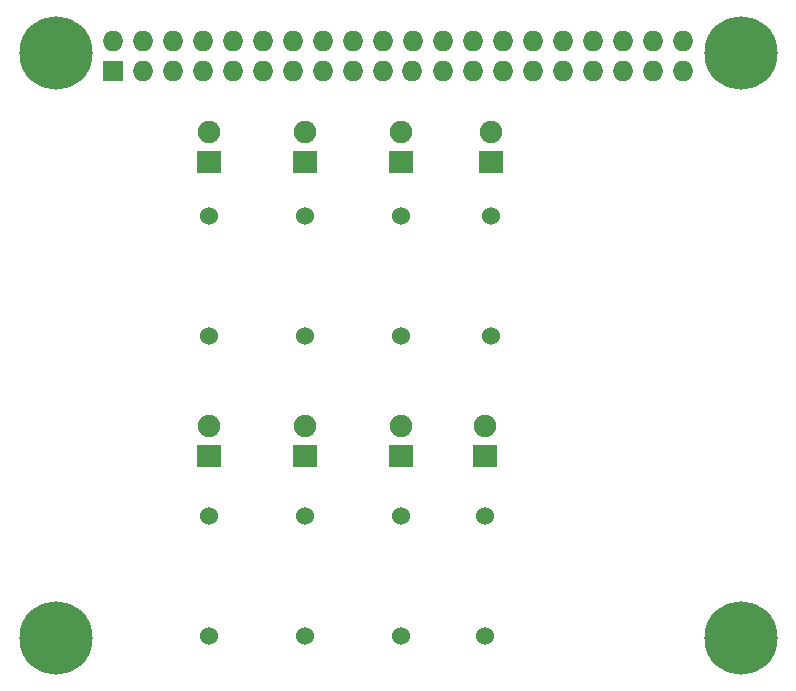
<source format=gts>
G04 #@! TF.FileFunction,Soldermask,Top*
%FSLAX46Y46*%
G04 Gerber Fmt 4.6, Leading zero omitted, Abs format (unit mm)*
G04 Created by KiCad (PCBNEW 4.0.2-stable) date 4/7/2016 22:45:13*
%MOMM*%
G01*
G04 APERTURE LIST*
%ADD10C,0.100000*%
%ADD11R,1.727200X1.727200*%
%ADD12O,1.727200X1.727200*%
%ADD13R,2.000000X1.900000*%
%ADD14C,1.900000*%
%ADD15C,1.524000*%
%ADD16C,6.200000*%
G04 APERTURE END LIST*
D10*
D11*
X93002800Y-67744900D03*
D12*
X93002800Y-65204900D03*
X95542800Y-67744900D03*
X95542800Y-65204900D03*
X98082800Y-67744900D03*
X98082800Y-65204900D03*
X100622800Y-67744900D03*
X100622800Y-65204900D03*
X103162800Y-67744900D03*
X103162800Y-65204900D03*
X105702800Y-67744900D03*
X105702800Y-65204900D03*
X108242800Y-67744900D03*
X108242800Y-65204900D03*
X110782800Y-67744900D03*
X110782800Y-65204900D03*
X113322800Y-67744900D03*
X113322800Y-65204900D03*
X115862800Y-67744900D03*
X115862800Y-65204900D03*
X118302800Y-67744900D03*
X118402800Y-65204900D03*
X120942800Y-67744900D03*
X120942800Y-65204900D03*
X123482800Y-67744900D03*
X123482800Y-65204900D03*
X126022800Y-67744900D03*
X126022800Y-65204900D03*
X128562800Y-67744900D03*
X128562800Y-65204900D03*
X131102800Y-67744900D03*
X131102800Y-65204900D03*
X133642800Y-67744900D03*
X133642800Y-65204900D03*
X136182800Y-67744900D03*
X136182800Y-65204900D03*
X138722800Y-67744900D03*
X138722800Y-65204900D03*
X141262800Y-67744900D03*
X141262800Y-65204900D03*
D13*
X117398800Y-100355400D03*
D14*
X117398800Y-97815400D03*
D13*
X109270800Y-100355400D03*
D14*
X109270800Y-97815400D03*
D13*
X124510800Y-100355400D03*
D14*
X124510800Y-97815400D03*
D13*
X101142800Y-75463400D03*
D14*
X101142800Y-72923400D03*
D13*
X101142800Y-100355400D03*
D14*
X101142800Y-97815400D03*
D13*
X109270800Y-75463400D03*
D14*
X109270800Y-72923400D03*
D13*
X117398800Y-75463400D03*
D14*
X117398800Y-72923400D03*
D13*
X125018800Y-75463400D03*
D14*
X125018800Y-72923400D03*
D15*
X117398800Y-115595400D03*
X117398800Y-105435400D03*
X109270800Y-115595400D03*
X109270800Y-105435400D03*
X124510800Y-115595400D03*
X124510800Y-105435400D03*
X101142800Y-90195400D03*
X101142800Y-80035400D03*
X101142800Y-115595400D03*
X101142800Y-105435400D03*
X109270800Y-90195400D03*
X109270800Y-80035400D03*
X117398800Y-90195400D03*
X117398800Y-80035400D03*
X125018800Y-90195400D03*
X125018800Y-80035400D03*
D16*
X146132800Y-66263400D03*
X146132800Y-115763400D03*
X88132800Y-115763400D03*
X88132800Y-66263400D03*
M02*

</source>
